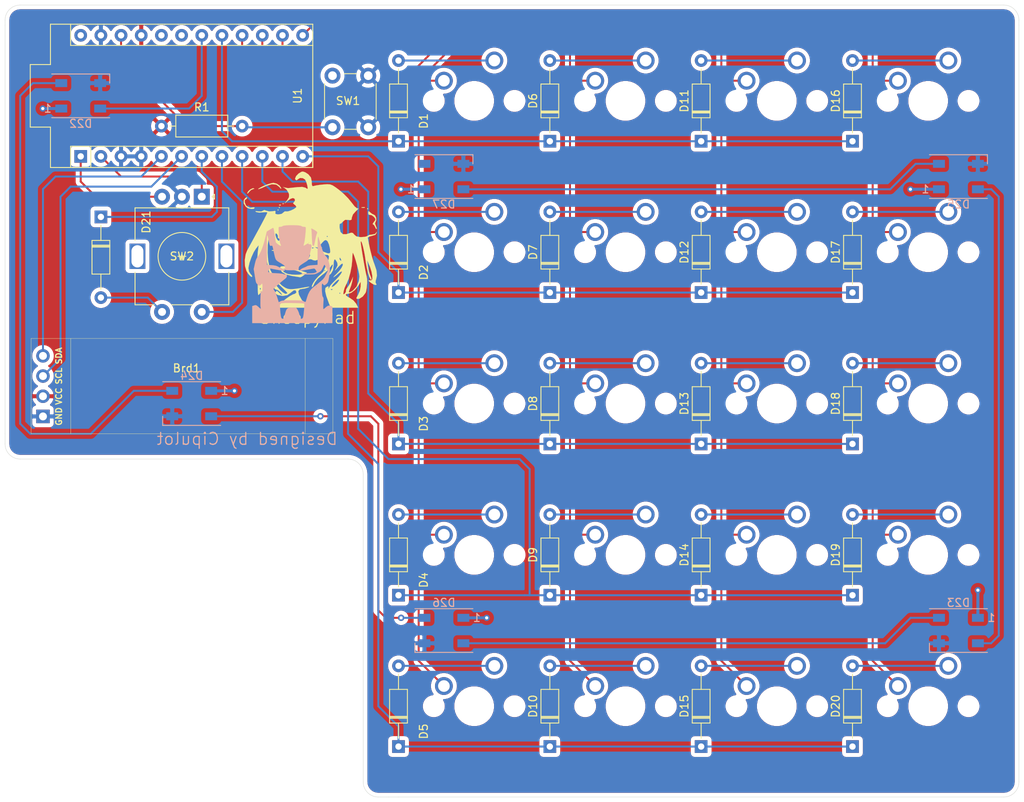
<source format=kicad_pcb>
(kicad_pcb (version 20171130) (host pcbnew "(5.1.10)-1")
  (layers (0 F.Cu signal) (31 B.Cu signal) (34 B.Paste user) (35 F.Paste user) (36 B.SilkS user) (37 F.SilkS user) (38 B.Mask user) (39 F.Mask user) (44 Edge.Cuts user))
  (net 0 "")
  (net 1 "Net-(U1-Pad24)")
  (net 2 GND)
  (net 3 /RESET)
  (net 4 +5V)
  (net 5 "Net-(D1-Pad2)")
  (net 6 "Net-(D2-Pad2)")
  (net 7 "Net-(D3-Pad2)")
  (net 8 "Net-(D4-Pad2)")
  (net 9 "Net-(D5-Pad2)")
  (net 10 "Net-(D6-Pad2)")
  (net 11 "Net-(D7-Pad2)")
  (net 12 "Net-(D8-Pad2)")
  (net 13 "Net-(D9-Pad2)")
  (net 14 "Net-(D10-Pad2)")
  (net 15 "Net-(D11-Pad2)")
  (net 16 "Net-(D13-Pad2)")
  (net 17 "Net-(D14-Pad2)")
  (net 18 "Net-(D15-Pad2)")
  (net 19 "Net-(D16-Pad2)")
  (net 20 "Net-(D17-Pad2)")
  (net 21 "Net-(D18-Pad2)")
  (net 22 "Net-(D19-Pad2)")
  (net 23 "Net-(D20-Pad2)")
  (net 24 "Net-(D12-Pad2)")
  (net 25 /ROW_1)
  (net 26 /ROW_2)
  (net 27 /ROW_3)
  (net 28 /ROW_4)
  (net 29 /ROW_5)
  (net 30 /COL_1)
  (net 31 /COL_2)
  (net 32 /COL_3)
  (net 33 /COL_4)
  (net 34 "Net-(D21-Pad2)")
  (net 35 /ENC_A)
  (net 36 /ENC_B)
  (net 37 /ROW_ENC_1)
  (net 38 /COL_ENC_1)
  (net 39 /SDA)
  (net 40 /SCL)
  (net 41 "Net-(D22-Pad2)")
  (net 42 /GLOW_LED)
  (net 43 "Net-(D23-Pad2)")
  (net 44 "Net-(D23-Pad4)")
  (net 45 "Net-(D24-Pad2)")
  (net 46 "Net-(D25-Pad2)")
  (net 47 "Net-(D27-Pad2)")
  (net 48 "Net-(U1-Pad20)")
  (net 49 "Net-(U1-Pad19)")
  (module Arduino:Sparkfun_Pro_Micro (layer F.Cu) (at 94.615 46.99 270)
    (fp_text reference U1 (at 7.62 0.635 90) (layer F.SilkS))
    (fp_text value Sparkfun_Pro_Micro)
    (pad 12 thru_hole oval (at 15.24 0 270) (size 1.6 1.6) (drill 0.8) (layers *.Cu *.Mask) (net 26 /ROW_2))
    (pad 11 thru_hole oval (at 15.24 2.54 270) (size 1.6 1.6) (drill 0.8) (layers *.Cu *.Mask) (net 27 /ROW_3))
    (pad 10 thru_hole oval (at 15.24 5.08 270) (size 1.6 1.6) (drill 0.8) (layers *.Cu *.Mask) (net 28 /ROW_4))
    (pad 24 thru_hole oval (at 0 27.94 270) (size 1.6 1.6) (drill 0.8) (layers *.Cu *.Mask) (net 1 "Net-(U1-Pad24)"))
    (pad 9 thru_hole oval (at 15.24 7.62 270) (size 1.6 1.6) (drill 0.8) (layers *.Cu *.Mask) (net 29 /ROW_5))
    (pad 23 thru_hole oval (at 0 25.4 270) (size 1.6 1.6) (drill 0.8) (layers *.Cu *.Mask) (net 2 GND))
    (pad 8 thru_hole oval (at 15.24 10.16 270) (size 1.6 1.6) (drill 0.8) (layers *.Cu *.Mask) (net 37 /ROW_ENC_1))
    (pad 22 thru_hole oval (at 0 22.86 270) (size 1.6 1.6) (drill 0.8) (layers *.Cu *.Mask) (net 3 /RESET))
    (pad 7 thru_hole oval (at 15.24 12.7 270) (size 1.6 1.6) (drill 0.8) (layers *.Cu *.Mask) (net 38 /COL_ENC_1))
    (pad 21 thru_hole oval (at 0 20.32 270) (size 1.6 1.6) (drill 0.8) (layers *.Cu *.Mask) (net 4 +5V))
    (pad 6 thru_hole oval (at 15.24 15.24 270) (size 1.6 1.6) (drill 0.8) (layers *.Cu *.Mask) (net 40 /SCL))
    (pad 20 thru_hole oval (at 0 17.78 270) (size 1.6 1.6) (drill 0.8) (layers *.Cu *.Mask) (net 48 "Net-(U1-Pad20)"))
    (pad 5 thru_hole oval (at 15.24 17.78 270) (size 1.6 1.6) (drill 0.8) (layers *.Cu *.Mask) (net 39 /SDA))
    (pad 19 thru_hole oval (at 0 15.24 270) (size 1.6 1.6) (drill 0.8) (layers *.Cu *.Mask) (net 49 "Net-(U1-Pad19)"))
    (pad 4 thru_hole oval (at 15.24 20.32 270) (size 1.6 1.6) (drill 0.8) (layers *.Cu *.Mask) (net 2 GND))
    (pad 18 thru_hole oval (at 0 12.7 270) (size 1.6 1.6) (drill 0.8) (layers *.Cu *.Mask) (net 42 /GLOW_LED))
    (pad 3 thru_hole oval (at 15.24 22.86 270) (size 1.6 1.6) (drill 0.8) (layers *.Cu *.Mask) (net 2 GND))
    (pad 17 thru_hole oval (at 0 10.16 270) (size 1.6 1.6) (drill 0.8) (layers *.Cu *.Mask) (net 25 /ROW_1))
    (pad 2 thru_hole oval (at 15.24 25.4 270) (size 1.6 1.6) (drill 0.8) (layers *.Cu *.Mask) (net 35 /ENC_A))
    (pad 16 thru_hole oval (at 0 7.62 270) (size 1.6 1.6) (drill 0.8) (layers *.Cu *.Mask) (net 30 /COL_1))
    (pad 1 thru_hole rect (at 15.24 27.94 270) (size 1.6 1.6) (drill 0.8) (layers *.Cu *.Mask) (net 36 /ENC_B))
    (pad 15 thru_hole oval (at 0 5.08 270) (size 1.6 1.6) (drill 0.8) (layers *.Cu *.Mask) (net 31 /COL_2))
    (pad 14 thru_hole oval (at 0 2.54 270) (size 1.6 1.6) (drill 0.8) (layers *.Cu *.Mask) (net 32 /COL_3))
    (pad 13 thru_hole oval (at 0 0 270) (size 1.6 1.6) (drill 0.8) (layers *.Cu *.Mask) (net 33 /COL_4))
  )
  (module Logos:IronMan (layer B.Cu) (at 93.345 76.835 180)
    (fp_text reference G*** hide)
    (fp_text value LOGO hide)
  )
  (module SSD1306:SSD1306-0.91-OLED-4pin-128x32 (layer F.Cu) (at 98.425 97.155 180)
    (fp_text reference Brd1 (at 18.415 8.255 180) (layer F.SilkS))
    (fp_text value SSD1306)
    (fp_text user SDA (at 34.5 9.81 270) (layer F.SilkS) (effects (font (size 0.75 0.75))))
    (fp_text user SCL (at 34.5 7.27 270) (layer F.SilkS) (effects (font (size 0.75 0.75))))
    (fp_text user VCC (at 34.5 4.73 270) (layer F.SilkS) (effects (font (size 0.75 0.75))))
    (fp_text user GND (at 34.5 2.19 270) (layer F.SilkS) (effects (font (size 0.75 0.75))))
    (pad 4 thru_hole oval (at 36.5 9.81 180) (size 1.7 1.7) (drill 1) (layers *.Cu *.Mask) (net 39 /SDA))
    (pad 3 thru_hole oval (at 36.5 7.27 180) (size 1.7 1.7) (drill 1) (layers *.Cu *.Mask) (net 40 /SCL))
    (pad 2 thru_hole oval (at 36.5 4.73 180) (size 1.7 1.7) (drill 1) (layers *.Cu *.Mask) (net 4 +5V))
    (pad 1 thru_hole rect (at 36.5 2.19 180) (size 1.7 1.7) (drill 1) (layers *.Cu *.Mask) (net 2 GND))
  )
  (module Logos:Sheepy (layer F.Cu) (at 95.885 72.39)
    (fp_text reference G*** hide)
    (fp_text value LOGO hide)
  )
  (module LED_SMD:LED_WS2812B_PLCC4_5.0x5.0mm_P3.2mm (layer B.Cu) (at 112.395 64.77)
    (fp_text reference D27 (at 0 3.5) (layer B.SilkS) (effects (justify mirror)))
    (fp_text value WS2812B)
    (fp_text user 1 (at -4.15 1.6) (layer B.SilkS) (effects (justify mirror)))
    (pad 1 smd rect (at -2.45 1.6) (size 1.5 1) (layers B.Cu B.Paste B.Mask) (net 4 +5V))
    (pad 2 smd rect (at -2.45 -1.6) (size 1.5 1) (layers B.Cu B.Paste B.Mask) (net 47 "Net-(D27-Pad2)"))
    (pad 4 smd rect (at 2.45 1.6) (size 1.5 1) (layers B.Cu B.Paste B.Mask) (net 46 "Net-(D25-Pad2)"))
    (pad 3 smd rect (at 2.45 -1.6) (size 1.5 1) (layers B.Cu B.Paste B.Mask) (net 2 GND))
  )
  (module LED_SMD:LED_WS2812B_PLCC4_5.0x5.0mm_P3.2mm (layer B.Cu) (at 112.395 121.92 180)
    (fp_text reference D26 (at 0 3.5) (layer B.SilkS) (effects (justify mirror)))
    (fp_text value WS2812B)
    (fp_text user 1 (at -4.15 1.6) (layer B.SilkS) (effects (justify mirror)))
    (pad 1 smd rect (at -2.45 1.6 180) (size 1.5 1) (layers B.Cu B.Paste B.Mask) (net 4 +5V))
    (pad 2 smd rect (at -2.45 -1.6 180) (size 1.5 1) (layers B.Cu B.Paste B.Mask) (net 44 "Net-(D23-Pad4)"))
    (pad 4 smd rect (at 2.45 1.6 180) (size 1.5 1) (layers B.Cu B.Paste B.Mask) (net 45 "Net-(D24-Pad2)"))
    (pad 3 smd rect (at 2.45 -1.6 180) (size 1.5 1) (layers B.Cu B.Paste B.Mask) (net 2 GND))
  )
  (module LED_SMD:LED_WS2812B_PLCC4_5.0x5.0mm_P3.2mm (layer B.Cu) (at 177.165 64.77)
    (fp_text reference D25 (at 0 3.5) (layer B.SilkS) (effects (justify mirror)))
    (fp_text value WS2812B)
    (fp_text user 1 (at -4.15 1.6) (layer B.SilkS) (effects (justify mirror)))
    (pad 1 smd rect (at -2.45 1.6) (size 1.5 1) (layers B.Cu B.Paste B.Mask) (net 4 +5V))
    (pad 2 smd rect (at -2.45 -1.6) (size 1.5 1) (layers B.Cu B.Paste B.Mask) (net 46 "Net-(D25-Pad2)"))
    (pad 4 smd rect (at 2.45 1.6) (size 1.5 1) (layers B.Cu B.Paste B.Mask) (net 43 "Net-(D23-Pad2)"))
    (pad 3 smd rect (at 2.45 -1.6) (size 1.5 1) (layers B.Cu B.Paste B.Mask) (net 2 GND))
  )
  (module LED_SMD:LED_WS2812B_PLCC4_5.0x5.0mm_P3.2mm (layer B.Cu) (at 80.645 93.345 180)
    (fp_text reference D24 (at 0 3.5) (layer B.SilkS) (effects (justify mirror)))
    (fp_text value WS2812B)
    (fp_text user 1 (at -4.15 1.6) (layer B.SilkS) (effects (justify mirror)))
    (pad 1 smd rect (at -2.45 1.6 180) (size 1.5 1) (layers B.Cu B.Paste B.Mask) (net 4 +5V))
    (pad 2 smd rect (at -2.45 -1.6 180) (size 1.5 1) (layers B.Cu B.Paste B.Mask) (net 45 "Net-(D24-Pad2)"))
    (pad 4 smd rect (at 2.45 1.6 180) (size 1.5 1) (layers B.Cu B.Paste B.Mask) (net 41 "Net-(D22-Pad2)"))
    (pad 3 smd rect (at 2.45 -1.6 180) (size 1.5 1) (layers B.Cu B.Paste B.Mask) (net 2 GND))
  )
  (module LED_SMD:LED_WS2812B_PLCC4_5.0x5.0mm_P3.2mm (layer B.Cu) (at 177.165 121.92 180)
    (fp_text reference D23 (at 0 3.5) (layer B.SilkS) (effects (justify mirror)))
    (fp_text value WS2812B)
    (fp_text user 1 (at -4.15 1.6) (layer B.SilkS) (effects (justify mirror)))
    (pad 1 smd rect (at -2.45 1.6 180) (size 1.5 1) (layers B.Cu B.Paste B.Mask) (net 4 +5V))
    (pad 2 smd rect (at -2.45 -1.6 180) (size 1.5 1) (layers B.Cu B.Paste B.Mask) (net 43 "Net-(D23-Pad2)"))
    (pad 4 smd rect (at 2.45 1.6 180) (size 1.5 1) (layers B.Cu B.Paste B.Mask) (net 44 "Net-(D23-Pad4)"))
    (pad 3 smd rect (at 2.45 -1.6 180) (size 1.5 1) (layers B.Cu B.Paste B.Mask) (net 2 GND))
  )
  (module LED_SMD:LED_WS2812B_PLCC4_5.0x5.0mm_P3.2mm (layer B.Cu) (at 66.675 54.61)
    (fp_text reference D22 (at 0 3.5) (layer B.SilkS) (effects (justify mirror)))
    (fp_text value WS2812B)
    (fp_text user 1 (at -4.15 1.6) (layer B.SilkS) (effects (justify mirror)))
    (pad 1 smd rect (at -2.45 1.6) (size 1.5 1) (layers B.Cu B.Paste B.Mask) (net 4 +5V))
    (pad 2 smd rect (at -2.45 -1.6) (size 1.5 1) (layers B.Cu B.Paste B.Mask) (net 41 "Net-(D22-Pad2)"))
    (pad 4 smd rect (at 2.45 1.6) (size 1.5 1) (layers B.Cu B.Paste B.Mask) (net 42 /GLOW_LED))
    (pad 3 smd rect (at 2.45 -1.6) (size 1.5 1) (layers B.Cu B.Paste B.Mask) (net 2 GND))
  )
  (module Button_Switch_THT:SW_PUSH_6mm (layer F.Cu) (at 102.87 52.07 270)
    (fp_text reference SW1 (at 3.175 2.54 180) (layer F.SilkS))
    (fp_text value SW_Push)
    (pad 1 thru_hole circle (at 6.5 0) (size 2 2) (drill 1.1) (layers *.Cu *.Mask) (net 2 GND))
    (pad 2 thru_hole circle (at 6.5 4.5) (size 2 2) (drill 1.1) (layers *.Cu *.Mask) (net 3 /RESET))
    (pad 1 thru_hole circle (at 0 0) (size 2 2) (drill 1.1) (layers *.Cu *.Mask) (net 2 GND))
    (pad 2 thru_hole circle (at 0 4.5) (size 2 2) (drill 1.1) (layers *.Cu *.Mask) (net 3 /RESET))
  )
  (module Resistor_THT:R_Axial_DIN0207_L6.3mm_D2.5mm_P10.16mm_Horizontal (layer F.Cu) (at 76.835 58.42)
    (fp_text reference R1 (at 5.08 -2.37) (layer F.SilkS))
    (fp_text value 10K)
    (pad 2 thru_hole oval (at 10.16 0) (size 1.6 1.6) (drill 0.8) (layers *.Cu *.Mask) (net 3 /RESET))
    (pad 1 thru_hole circle (at 0 0) (size 1.6 1.6) (drill 0.8) (layers *.Cu *.Mask) (net 4 +5V))
  )
  (module Diode_THT:D_DO-35_SOD27_P10.16mm_Horizontal (layer F.Cu) (at 69.215 69.85 270)
    (fp_text reference D21 (at 0.635 -5.715 90) (layer F.SilkS))
    (fp_text value D_Small)
    (pad 2 thru_hole oval (at 10.16 0 270) (size 1.6 1.6) (drill 0.8) (layers *.Cu *.Mask) (net 34 "Net-(D21-Pad2)"))
    (pad 1 thru_hole rect (at 0 0 270) (size 1.6 1.6) (drill 0.8) (layers *.Cu *.Mask) (net 38 /COL_ENC_1))
  )
  (module MX_Only:MXOnly-1U-NoLED (layer F.Cu) (at 116.205 55.245)
    (fp_text reference MX1)
    (fp_text value MX-NoLED)
    (pad 2 thru_hole circle (at 2.54 -5.08) (size 2.25 2.25) (drill 1.47) (layers *.Cu B.Mask) (net 5 "Net-(D1-Pad2)"))
    (pad "" np_thru_hole circle (at 0 0) (size 3.9878 3.9878) (drill 3.9878) (layers *.Cu *.Mask))
    (pad 1 thru_hole circle (at -3.81 -2.54) (size 2.25 2.25) (drill 1.47) (layers *.Cu B.Mask) (net 30 /COL_1))
    (pad "" np_thru_hole circle (at -5.08 0 48.0996) (size 1.75 1.75) (drill 1.75) (layers *.Cu *.Mask))
    (pad "" np_thru_hole circle (at 5.08 0 48.0996) (size 1.75 1.75) (drill 1.75) (layers *.Cu *.Mask))
  )
  (module MX_Only:MXOnly-1U-NoLED (layer F.Cu) (at 116.205 112.395)
    (fp_text reference MX4)
    (fp_text value MX-NoLED)
    (pad 2 thru_hole circle (at 2.54 -5.08) (size 2.25 2.25) (drill 1.47) (layers *.Cu B.Mask) (net 8 "Net-(D4-Pad2)"))
    (pad "" np_thru_hole circle (at 0 0) (size 3.9878 3.9878) (drill 3.9878) (layers *.Cu *.Mask))
    (pad 1 thru_hole circle (at -3.81 -2.54) (size 2.25 2.25) (drill 1.47) (layers *.Cu B.Mask) (net 30 /COL_1))
    (pad "" np_thru_hole circle (at -5.08 0 48.0996) (size 1.75 1.75) (drill 1.75) (layers *.Cu *.Mask))
    (pad "" np_thru_hole circle (at 5.08 0 48.0996) (size 1.75 1.75) (drill 1.75) (layers *.Cu *.Mask))
  )
  (module Diode_THT:D_DO-35_SOD27_P10.16mm_Horizontal (layer F.Cu) (at 144.78 79.375 90)
    (fp_text reference D12 (at 5.08 -2.12 90) (layer F.SilkS))
    (fp_text value D_Small)
    (pad 2 thru_hole oval (at 10.16 0 90) (size 1.6 1.6) (drill 0.8) (layers *.Cu *.Mask) (net 24 "Net-(D12-Pad2)"))
    (pad 1 thru_hole rect (at 0 0 90) (size 1.6 1.6) (drill 0.8) (layers *.Cu *.Mask) (net 26 /ROW_2))
  )
  (module Rotary_Encoder:RotaryEncoder_Alps_EC11E-Switch_Vertical_H20mm (layer F.Cu) (at 81.915 67.31 270)
    (fp_text reference SW2 (at 7.5 2.5 180) (layer F.SilkS))
    (fp_text value Rotary_Encoder_Switch)
    (pad A thru_hole rect (at 0 0 270) (size 2 2) (drill 1) (layers *.Cu *.Mask) (net 35 /ENC_A))
    (pad C thru_hole circle (at 0 2.5 270) (size 2 2) (drill 1) (layers *.Cu *.Mask) (net 2 GND))
    (pad B thru_hole circle (at 0 5 270) (size 2 2) (drill 1) (layers *.Cu *.Mask) (net 36 /ENC_B))
    (pad MP thru_hole rect (at 7.5 -3.1 270) (size 3.2 2) (drill oval 2.8 1.5) (layers *.Cu *.Mask))
    (pad MP thru_hole rect (at 7.5 8.1 270) (size 3.2 2) (drill oval 2.8 1.5) (layers *.Cu *.Mask))
    (pad S2 thru_hole circle (at 14.5 0 270) (size 2 2) (drill 1) (layers *.Cu *.Mask) (net 37 /ROW_ENC_1))
    (pad S1 thru_hole circle (at 14.5 5 270) (size 2 2) (drill 1) (layers *.Cu *.Mask) (net 34 "Net-(D21-Pad2)"))
  )
  (module MX_Only:MXOnly-1U-NoLED (layer F.Cu) (at 173.355 131.445)
    (fp_text reference MX20)
    (fp_text value MX-NoLED)
    (pad 2 thru_hole circle (at 2.54 -5.08) (size 2.25 2.25) (drill 1.47) (layers *.Cu B.Mask) (net 23 "Net-(D20-Pad2)"))
    (pad "" np_thru_hole circle (at 0 0) (size 3.9878 3.9878) (drill 3.9878) (layers *.Cu *.Mask))
    (pad 1 thru_hole circle (at -3.81 -2.54) (size 2.25 2.25) (drill 1.47) (layers *.Cu B.Mask) (net 33 /COL_4))
    (pad "" np_thru_hole circle (at -5.08 0 48.0996) (size 1.75 1.75) (drill 1.75) (layers *.Cu *.Mask))
    (pad "" np_thru_hole circle (at 5.08 0 48.0996) (size 1.75 1.75) (drill 1.75) (layers *.Cu *.Mask))
  )
  (module MX_Only:MXOnly-1U-NoLED (layer F.Cu) (at 173.355 112.395)
    (fp_text reference MX19)
    (fp_text value MX-NoLED)
    (pad 2 thru_hole circle (at 2.54 -5.08) (size 2.25 2.25) (drill 1.47) (layers *.Cu B.Mask) (net 22 "Net-(D19-Pad2)"))
    (pad "" np_thru_hole circle (at 0 0) (size 3.9878 3.9878) (drill 3.9878) (layers *.Cu *.Mask))
    (pad 1 thru_hole circle (at -3.81 -2.54) (size 2.25 2.25) (drill 1.47) (layers *.Cu B.Mask) (net 33 /COL_4))
    (pad "" np_thru_hole circle (at -5.08 0 48.0996) (size 1.75 1.75) (drill 1.75) (layers *.Cu *.Mask))
    (pad "" np_thru_hole circle (at 5.08 0 48.0996) (size 1.75 1.75) (drill 1.75) (layers *.Cu *.Mask))
  )
  (module MX_Only:MXOnly-1U-NoLED (layer F.Cu) (at 173.355 93.345)
    (fp_text reference MX18)
    (fp_text value MX-NoLED)
    (pad 2 thru_hole circle (at 2.54 -5.08) (size 2.25 2.25) (drill 1.47) (layers *.Cu B.Mask) (net 21 "Net-(D18-Pad2)"))
    (pad "" np_thru_hole circle (at 0 0) (size 3.9878 3.9878) (drill 3.9878) (layers *.Cu *.Mask))
    (pad 1 thru_hole circle (at -3.81 -2.54) (size 2.25 2.25) (drill 1.47) (layers *.Cu B.Mask) (net 33 /COL_4))
    (pad "" np_thru_hole circle (at -5.08 0 48.0996) (size 1.75 1.75) (drill 1.75) (layers *.Cu *.Mask))
    (pad "" np_thru_hole circle (at 5.08 0 48.0996) (size 1.75 1.75) (drill 1.75) (layers *.Cu *.Mask))
  )
  (module MX_Only:MXOnly-1U-NoLED (layer F.Cu) (at 173.355 74.295)
    (fp_text reference MX17)
    (fp_text value MX-NoLED)
    (pad 2 thru_hole circle (at 2.54 -5.08) (size 2.25 2.25) (drill 1.47) (layers *.Cu B.Mask) (net 20 "Net-(D17-Pad2)"))
    (pad "" np_thru_hole circle (at 0 0) (size 3.9878 3.9878) (drill 3.9878) (layers *.Cu *.Mask))
    (pad 1 thru_hole circle (at -3.81 -2.54) (size 2.25 2.25) (drill 1.47) (layers *.Cu B.Mask) (net 33 /COL_4))
    (pad "" np_thru_hole circle (at -5.08 0 48.0996) (size 1.75 1.75) (drill 1.75) (layers *.Cu *.Mask))
    (pad "" np_thru_hole circle (at 5.08 0 48.0996) (size 1.75 1.75) (drill 1.75) (layers *.Cu *.Mask))
  )
  (module MX_Only:MXOnly-1U-NoLED (layer F.Cu) (at 173.355 55.245)
    (fp_text reference MX16)
    (fp_text value MX-NoLED)
    (pad 2 thru_hole circle (at 2.54 -5.08) (size 2.25 2.25) (drill 1.47) (layers *.Cu B.Mask) (net 19 "Net-(D16-Pad2)"))
    (pad "" np_thru_hole circle (at 0 0) (size 3.9878 3.9878) (drill 3.9878) (layers *.Cu *.Mask))
    (pad 1 thru_hole circle (at -3.81 -2.54) (size 2.25 2.25) (drill 1.47) (layers *.Cu B.Mask) (net 33 /COL_4))
    (pad "" np_thru_hole circle (at -5.08 0 48.0996) (size 1.75 1.75) (drill 1.75) (layers *.Cu *.Mask))
    (pad "" np_thru_hole circle (at 5.08 0 48.0996) (size 1.75 1.75) (drill 1.75) (layers *.Cu *.Mask))
  )
  (module MX_Only:MXOnly-1U-NoLED (layer F.Cu) (at 154.305 131.445)
    (fp_text reference MX15)
    (fp_text value MX-NoLED)
    (pad 2 thru_hole circle (at 2.54 -5.08) (size 2.25 2.25) (drill 1.47) (layers *.Cu B.Mask) (net 18 "Net-(D15-Pad2)"))
    (pad "" np_thru_hole circle (at 0 0) (size 3.9878 3.9878) (drill 3.9878) (layers *.Cu *.Mask))
    (pad 1 thru_hole circle (at -3.81 -2.54) (size 2.25 2.25) (drill 1.47) (layers *.Cu B.Mask) (net 32 /COL_3))
    (pad "" np_thru_hole circle (at -5.08 0 48.0996) (size 1.75 1.75) (drill 1.75) (layers *.Cu *.Mask))
    (pad "" np_thru_hole circle (at 5.08 0 48.0996) (size 1.75 1.75) (drill 1.75) (layers *.Cu *.Mask))
  )
  (module MX_Only:MXOnly-1U-NoLED (layer F.Cu) (at 154.305 112.395)
    (fp_text reference MX14)
    (fp_text value MX-NoLED)
    (pad 2 thru_hole circle (at 2.54 -5.08) (size 2.25 2.25) (drill 1.47) (layers *.Cu B.Mask) (net 17 "Net-(D14-Pad2)"))
    (pad "" np_thru_hole circle (at 0 0) (size 3.9878 3.9878) (drill 3.9878) (layers *.Cu *.Mask))
    (pad 1 thru_hole circle (at -3.81 -2.54) (size 2.25 2.25) (drill 1.47) (layers *.Cu B.Mask) (net 32 /COL_3))
    (pad "" np_thru_hole circle (at -5.08 0 48.0996) (size 1.75 1.75) (drill 1.75) (layers *.Cu *.Mask))
    (pad "" np_thru_hole circle (at 5.08 0 48.0996) (size 1.75 1.75) (drill 1.75) (layers *.Cu *.Mask))
  )
  (module MX_Only:MXOnly-1U-NoLED (layer F.Cu) (at 154.305 93.345)
    (fp_text reference MX13)
    (fp_text value MX-NoLED)
    (pad 2 thru_hole circle (at 2.54 -5.08) (size 2.25 2.25) (drill 1.47) (layers *.Cu B.Mask) (net 16 "Net-(D13-Pad2)"))
    (pad "" np_thru_hole circle (at 0 0) (size 3.9878 3.9878) (drill 3.9878) (layers *.Cu *.Mask))
    (pad 1 thru_hole circle (at -3.81 -2.54) (size 2.25 2.25) (drill 1.47) (layers *.Cu B.Mask) (net 32 /COL_3))
    (pad "" np_thru_hole circle (at -5.08 0 48.0996) (size 1.75 1.75) (drill 1.75) (layers *.Cu *.Mask))
    (pad "" np_thru_hole circle (at 5.08 0 48.0996) (size 1.75 1.75) (drill 1.75) (layers *.Cu *.Mask))
  )
  (module MX_Only:MXOnly-1U-NoLED (layer F.Cu) (at 154.305 74.295)
    (fp_text reference MX12)
    (fp_text value MX-NoLED)
    (pad 2 thru_hole circle (at 2.54 -5.08) (size 2.25 2.25) (drill 1.47) (layers *.Cu B.Mask) (net 24 "Net-(D12-Pad2)"))
    (pad "" np_thru_hole circle (at 0 0) (size 3.9878 3.9878) (drill 3.9878) (layers *.Cu *.Mask))
    (pad 1 thru_hole circle (at -3.81 -2.54) (size 2.25 2.25) (drill 1.47) (layers *.Cu B.Mask) (net 32 /COL_3))
    (pad "" np_thru_hole circle (at -5.08 0 48.0996) (size 1.75 1.75) (drill 1.75) (layers *.Cu *.Mask))
    (pad "" np_thru_hole circle (at 5.08 0 48.0996) (size 1.75 1.75) (drill 1.75) (layers *.Cu *.Mask))
  )
  (module MX_Only:MXOnly-1U-NoLED (layer F.Cu) (at 154.305 55.245)
    (fp_text reference MX11)
    (fp_text value MX-NoLED)
    (pad 2 thru_hole circle (at 2.54 -5.08) (size 2.25 2.25) (drill 1.47) (layers *.Cu B.Mask) (net 15 "Net-(D11-Pad2)"))
    (pad "" np_thru_hole circle (at 0 0) (size 3.9878 3.9878) (drill 3.9878) (layers *.Cu *.Mask))
    (pad 1 thru_hole circle (at -3.81 -2.54) (size 2.25 2.25) (drill 1.47) (layers *.Cu B.Mask) (net 32 /COL_3))
    (pad "" np_thru_hole circle (at -5.08 0 48.0996) (size 1.75 1.75) (drill 1.75) (layers *.Cu *.Mask))
    (pad "" np_thru_hole circle (at 5.08 0 48.0996) (size 1.75 1.75) (drill 1.75) (layers *.Cu *.Mask))
  )
  (module MX_Only:MXOnly-1U-NoLED (layer F.Cu) (at 135.255 131.445)
    (fp_text reference MX10)
    (fp_text value MX-NoLED)
    (pad 2 thru_hole circle (at 2.54 -5.08) (size 2.25 2.25) (drill 1.47) (layers *.Cu B.Mask) (net 14 "Net-(D10-Pad2)"))
    (pad "" np_thru_hole circle (at 0 0) (size 3.9878 3.9878) (drill 3.9878) (layers *.Cu *.Mask))
    (pad 1 thru_hole circle (at -3.81 -2.54) (size 2.25 2.25) (drill 1.47) (layers *.Cu B.Mask) (net 31 /COL_2))
    (pad "" np_thru_hole circle (at -5.08 0 48.0996) (size 1.75 1.75) (drill 1.75) (layers *.Cu *.Mask))
    (pad "" np_thru_hole circle (at 5.08 0 48.0996) (size 1.75 1.75) (drill 1.75) (layers *.Cu *.Mask))
  )
  (module MX_Only:MXOnly-1U-NoLED (layer F.Cu) (at 135.255 112.395)
    (fp_text reference MX9)
    (fp_text value MX-NoLED)
    (pad 2 thru_hole circle (at 2.54 -5.08) (size 2.25 2.25) (drill 1.47) (layers *.Cu B.Mask) (net 13 "Net-(D9-Pad2)"))
    (pad "" np_thru_hole circle (at 0 0) (size 3.9878 3.9878) (drill 3.9878) (layers *.Cu *.Mask))
    (pad 1 thru_hole circle (at -3.81 -2.54) (size 2.25 2.25) (drill 1.47) (layers *.Cu B.Mask) (net 31 /COL_2))
    (pad "" np_thru_hole circle (at -5.08 0 48.0996) (size 1.75 1.75) (drill 1.75) (layers *.Cu *.Mask))
    (pad "" np_thru_hole circle (at 5.08 0 48.0996) (size 1.75 1.75) (drill 1.75) (layers *.Cu *.Mask))
  )
  (module MX_Only:MXOnly-1U-NoLED (layer F.Cu) (at 135.255 93.345)
    (fp_text reference MX8)
    (fp_text value MX-NoLED)
    (pad 2 thru_hole circle (at 2.54 -5.08) (size 2.25 2.25) (drill 1.47) (layers *.Cu B.Mask) (net 12 "Net-(D8-Pad2)"))
    (pad "" np_thru_hole circle (at 0 0) (size 3.9878 3.9878) (drill 3.9878) (layers *.Cu *.Mask))
    (pad 1 thru_hole circle (at -3.81 -2.54) (size 2.25 2.25) (drill 1.47) (layers *.Cu B.Mask) (net 31 /COL_2))
    (pad "" np_thru_hole circle (at -5.08 0 48.0996) (size 1.75 1.75) (drill 1.75) (layers *.Cu *.Mask))
    (pad "" np_thru_hole circle (at 5.08 0 48.0996) (size 1.75 1.75) (drill 1.75) (layers *.Cu *.Mask))
  )
  (module MX_Only:MXOnly-1U-NoLED (layer F.Cu) (at 135.255 74.295)
    (fp_text reference MX7)
    (fp_text value MX-NoLED)
    (pad 2 thru_hole circle (at 2.54 -5.08) (size 2.25 2.25) (drill 1.47) (layers *.Cu B.Mask) (net 11 "Net-(D7-Pad2)"))
    (pad "" np_thru_hole circle (at 0 0) (size 3.9878 3.9878) (drill 3.9878) (layers *.Cu *.Mask))
    (pad 1 thru_hole circle (at -3.81 -2.54) (size 2.25 2.25) (drill 1.47) (layers *.Cu B.Mask) (net 31 /COL_2))
    (pad "" np_thru_hole circle (at -5.08 0 48.0996) (size 1.75 1.75) (drill 1.75) (layers *.Cu *.Mask))
    (pad "" np_thru_hole circle (at 5.08 0 48.0996) (size 1.75 1.75) (drill 1.75) (layers *.Cu *.Mask))
  )
  (module MX_Only:MXOnly-1U-NoLED (layer F.Cu) (at 135.255 55.245)
    (fp_text reference MX6)
    (fp_text value MX-NoLED)
    (pad 2 thru_hole circle (at 2.54 -5.08) (size 2.25 2.25) (drill 1.47) (layers *.Cu B.Mask) (net 10 "Net-(D6-Pad2)"))
    (pad "" np_thru_hole circle (at 0 0) (size 3.9878 3.9878) (drill 3.9878) (layers *.Cu *.Mask))
    (pad 1 thru_hole circle (at -3.81 -2.54) (size 2.25 2.25) (drill 1.47) (layers *.Cu B.Mask) (net 31 /COL_2))
    (pad "" np_thru_hole circle (at -5.08 0 48.0996) (size 1.75 1.75) (drill 1.75) (layers *.Cu *.Mask))
    (pad "" np_thru_hole circle (at 5.08 0 48.0996) (size 1.75 1.75) (drill 1.75) (layers *.Cu *.Mask))
  )
  (module MX_Only:MXOnly-1U-NoLED (layer F.Cu) (at 116.205 131.445)
    (fp_text reference MX5)
    (fp_text value MX-NoLED)
    (pad 2 thru_hole circle (at 2.54 -5.08) (size 2.25 2.25) (drill 1.47) (layers *.Cu B.Mask) (net 9 "Net-(D5-Pad2)"))
    (pad "" np_thru_hole circle (at 0 0) (size 3.9878 3.9878) (drill 3.9878) (layers *.Cu *.Mask))
    (pad 1 thru_hole circle (at -3.81 -2.54) (size 2.25 2.25) (drill 1.47) (layers *.Cu B.Mask) (net 30 /COL_1))
    (pad "" np_thru_hole circle (at -5.08 0 48.0996) (size 1.75 1.75) (drill 1.75) (layers *.Cu *.Mask))
    (pad "" np_thru_hole circle (at 5.08 0 48.0996) (size 1.75 1.75) (drill 1.75) (layers *.Cu *.Mask))
  )
  (module MX_Only:MXOnly-1U-NoLED (layer F.Cu) (at 116.205 93.345)
    (fp_text reference MX3)
    (fp_text value MX-NoLED)
    (pad 2 thru_hole circle (at 2.54 -5.08) (size 2.25 2.25) (drill 1.47) (layers *.Cu B.Mask) (net 7 "Net-(D3-Pad2)"))
    (pad "" np_thru_hole circle (at 0 0) (size 3.9878 3.9878) (drill 3.9878) (layers *.Cu *.Mask))
    (pad 1 thru_hole circle (at -3.81 -2.54) (size 2.25 2.25) (drill 1.47) (layers *.Cu B.Mask) (net 30 /COL_1))
    (pad "" np_thru_hole circle (at -5.08 0 48.0996) (size 1.75 1.75) (drill 1.75) (layers *.Cu *.Mask))
    (pad "" np_thru_hole circle (at 5.08 0 48.0996) (size 1.75 1.75) (drill 1.75) (layers *.Cu *.Mask))
  )
  (module MX_Only:MXOnly-1U-NoLED (layer F.Cu) (at 116.205 74.295)
    (fp_text reference MX2)
    (fp_text value MX-NoLED)
    (pad 2 thru_hole circle (at 2.54 -5.08) (size 2.25 2.25) (drill 1.47) (layers *.Cu B.Mask) (net 6 "Net-(D2-Pad2)"))
    (pad "" np_thru_hole circle (at 0 0) (size 3.9878 3.9878) (drill 3.9878) (layers *.Cu *.Mask))
    (pad 1 thru_hole circle (at -3.81 -2.54) (size 2.25 2.25) (drill 1.47) (layers *.Cu B.Mask) (net 30 /COL_1))
    (pad "" np_thru_hole circle (at -5.08 0 48.0996) (size 1.75 1.75) (drill 1.75) (layers *.Cu *.Mask))
    (pad "" np_thru_hole circle (at 5.08 0 48.0996) (size 1.75 1.75) (drill 1.75) (layers *.Cu *.Mask))
  )
  (module Diode_THT:D_DO-35_SOD27_P10.16mm_Horizontal (layer F.Cu) (at 163.83 136.525 90)
    (fp_text reference D20 (at 5.08 -2.12 90) (layer F.SilkS))
    (fp_text value D_Small)
    (pad 2 thru_hole oval (at 10.16 0 90) (size 1.6 1.6) (drill 0.8) (layers *.Cu *.Mask) (net 23 "Net-(D20-Pad2)"))
    (pad 1 thru_hole rect (at 0 0 90) (size 1.6 1.6) (drill 0.8) (layers *.Cu *.Mask) (net 29 /ROW_5))
  )
  (module Diode_THT:D_DO-35_SOD27_P10.16mm_Horizontal (layer F.Cu) (at 163.83 117.475 90)
    (fp_text reference D19 (at 5.08 -2.12 90) (layer F.SilkS))
    (fp_text value D_Small)
    (pad 2 thru_hole oval (at 10.16 0 90) (size 1.6 1.6) (drill 0.8) (layers *.Cu *.Mask) (net 22 "Net-(D19-Pad2)"))
    (pad 1 thru_hole rect (at 0 0 90) (size 1.6 1.6) (drill 0.8) (layers *.Cu *.Mask) (net 28 /ROW_4))
  )
  (module Diode_THT:D_DO-35_SOD27_P10.16mm_Horizontal (layer F.Cu) (at 163.83 98.425 90)
    (fp_text reference D18 (at 5.08 -2.12 90) (layer F.SilkS))
    (fp_text value D_Small)
    (pad 2 thru_hole oval (at 10.16 0 90) (size 1.6 1.6) (drill 0.8) (layers *.Cu *.Mask) (net 21 "Net-(D18-Pad2)"))
    (pad 1 thru_hole rect (at 0 0 90) (size 1.6 1.6) (drill 0.8) (layers *.Cu *.Mask) (net 27 /ROW_3))
  )
  (module Diode_THT:D_DO-35_SOD27_P10.16mm_Horizontal (layer F.Cu) (at 163.83 79.375 90)
    (fp_text reference D17 (at 5.08 -2.12 90) (layer F.SilkS))
    (fp_text value D_Small)
    (pad 2 thru_hole oval (at 10.16 0 90) (size 1.6 1.6) (drill 0.8) (layers *.Cu *.Mask) (net 20 "Net-(D17-Pad2)"))
    (pad 1 thru_hole rect (at 0 0 90) (size 1.6 1.6) (drill 0.8) (layers *.Cu *.Mask) (net 26 /ROW_2))
  )
  (module Diode_THT:D_DO-35_SOD27_P10.16mm_Horizontal (layer F.Cu) (at 163.83 60.325 90)
    (fp_text reference D16 (at 5.08 -2.12 90) (layer F.SilkS))
    (fp_text value D_Small)
    (pad 2 thru_hole oval (at 10.16 0 90) (size 1.6 1.6) (drill 0.8) (layers *.Cu *.Mask) (net 19 "Net-(D16-Pad2)"))
    (pad 1 thru_hole rect (at 0 0 90) (size 1.6 1.6) (drill 0.8) (layers *.Cu *.Mask) (net 25 /ROW_1))
  )
  (module Diode_THT:D_DO-35_SOD27_P10.16mm_Horizontal (layer F.Cu) (at 144.78 136.525 90)
    (fp_text reference D15 (at 5.08 -2.12 90) (layer F.SilkS))
    (fp_text value D_Small)
    (pad 2 thru_hole oval (at 10.16 0 90) (size 1.6 1.6) (drill 0.8) (layers *.Cu *.Mask) (net 18 "Net-(D15-Pad2)"))
    (pad 1 thru_hole rect (at 0 0 90) (size 1.6 1.6) (drill 0.8) (layers *.Cu *.Mask) (net 29 /ROW_5))
  )
  (module Diode_THT:D_DO-35_SOD27_P10.16mm_Horizontal (layer F.Cu) (at 144.78 117.475 90)
    (fp_text reference D14 (at 5.08 -2.12 90) (layer F.SilkS))
    (fp_text value D_Small)
    (pad 2 thru_hole oval (at 10.16 0 90) (size 1.6 1.6) (drill 0.8) (layers *.Cu *.Mask) (net 17 "Net-(D14-Pad2)"))
    (pad 1 thru_hole rect (at 0 0 90) (size 1.6 1.6) (drill 0.8) (layers *.Cu *.Mask) (net 28 /ROW_4))
  )
  (module Diode_THT:D_DO-35_SOD27_P10.16mm_Horizontal (layer F.Cu) (at 144.78 98.425 90)
    (fp_text reference D13 (at 5.08 -2.12 90) (layer F.SilkS))
    (fp_text value D_Small)
    (pad 2 thru_hole oval (at 10.16 0 90) (size 1.6 1.6) (drill 0.8) (layers *.Cu *.Mask) (net 16 "Net-(D13-Pad2)"))
    (pad 1 thru_hole rect (at 0 0 90) (size 1.6 1.6) (drill 0.8) (layers *.Cu *.Mask) (net 27 /ROW_3))
  )
  (module Diode_THT:D_DO-35_SOD27_P10.16mm_Horizontal (layer F.Cu) (at 144.78 60.325 90)
    (fp_text reference D11 (at 5.08 -2.12 90) (layer F.SilkS))
    (fp_text value D_Small)
    (pad 2 thru_hole oval (at 10.16 0 90) (size 1.6 1.6) (drill 0.8) (layers *.Cu *.Mask) (net 15 "Net-(D11-Pad2)"))
    (pad 1 thru_hole rect (at 0 0 90) (size 1.6 1.6) (drill 0.8) (layers *.Cu *.Mask) (net 25 /ROW_1))
  )
  (module Diode_THT:D_DO-35_SOD27_P10.16mm_Horizontal (layer F.Cu) (at 125.73 136.525 90)
    (fp_text reference D10 (at 5.08 -2.12 90) (layer F.SilkS))
    (fp_text value D_Small)
    (pad 2 thru_hole oval (at 10.16 0 90) (size 1.6 1.6) (drill 0.8) (layers *.Cu *.Mask) (net 14 "Net-(D10-Pad2)"))
    (pad 1 thru_hole rect (at 0 0 90) (size 1.6 1.6) (drill 0.8) (layers *.Cu *.Mask) (net 29 /ROW_5))
  )
  (module Diode_THT:D_DO-35_SOD27_P10.16mm_Horizontal (layer F.Cu) (at 125.73 117.475 90)
    (fp_text reference D9 (at 5.08 -2.12 90) (layer F.SilkS))
    (fp_text value D_Small)
    (pad 2 thru_hole oval (at 10.16 0 90) (size 1.6 1.6) (drill 0.8) (layers *.Cu *.Mask) (net 13 "Net-(D9-Pad2)"))
    (pad 1 thru_hole rect (at 0 0 90) (size 1.6 1.6) (drill 0.8) (layers *.Cu *.Mask) (net 28 /ROW_4))
  )
  (module Diode_THT:D_DO-35_SOD27_P10.16mm_Horizontal (layer F.Cu) (at 125.73 98.425 90)
    (fp_text reference D8 (at 5.08 -2.12 90) (layer F.SilkS))
    (fp_text value D_Small)
    (pad 2 thru_hole oval (at 10.16 0 90) (size 1.6 1.6) (drill 0.8) (layers *.Cu *.Mask) (net 12 "Net-(D8-Pad2)"))
    (pad 1 thru_hole rect (at 0 0 90) (size 1.6 1.6) (drill 0.8) (layers *.Cu *.Mask) (net 27 /ROW_3))
  )
  (module Diode_THT:D_DO-35_SOD27_P10.16mm_Horizontal (layer F.Cu) (at 125.73 79.375 90)
    (fp_text reference D7 (at 5.08 -2.12 90) (layer F.SilkS))
    (fp_text value D_Small)
    (pad 2 thru_hole oval (at 10.16 0 90) (size 1.6 1.6) (drill 0.8) (layers *.Cu *.Mask) (net 11 "Net-(D7-Pad2)"))
    (pad 1 thru_hole rect (at 0 0 90) (size 1.6 1.6) (drill 0.8) (layers *.Cu *.Mask) (net 26 /ROW_2))
  )
  (module Diode_THT:D_DO-35_SOD27_P10.16mm_Horizontal (layer F.Cu) (at 125.73 60.325 90)
    (fp_text reference D6 (at 5.08 -2.12 90) (layer F.SilkS))
    (fp_text value D_Small)
    (pad 2 thru_hole oval (at 10.16 0 90) (size 1.6 1.6) (drill 0.8) (layers *.Cu *.Mask) (net 10 "Net-(D6-Pad2)"))
    (pad 1 thru_hole rect (at 0 0 90) (size 1.6 1.6) (drill 0.8) (layers *.Cu *.Mask) (net 25 /ROW_1))
  )
  (module Diode_THT:D_DO-35_SOD27_P10.16mm_Horizontal (layer F.Cu) (at 106.68 136.525 90)
    (fp_text reference D5 (at 1.905 3.175 90) (layer F.SilkS))
    (fp_text value D_Small)
    (pad 2 thru_hole oval (at 10.16 0 90) (size 1.6 1.6) (drill 0.8) (layers *.Cu *.Mask) (net 9 "Net-(D5-Pad2)"))
    (pad 1 thru_hole rect (at 0 0 90) (size 1.6 1.6) (drill 0.8) (layers *.Cu *.Mask) (net 29 /ROW_5))
  )
  (module Diode_THT:D_DO-35_SOD27_P10.16mm_Horizontal (layer F.Cu) (at 106.68 117.475 90)
    (fp_text reference D4 (at 1.905 3.175 90) (layer F.SilkS))
    (fp_text value D_Small)
    (pad 2 thru_hole oval (at 10.16 0 90) (size 1.6 1.6) (drill 0.8) (layers *.Cu *.Mask) (net 8 "Net-(D4-Pad2)"))
    (pad 1 thru_hole rect (at 0 0 90) (size 1.6 1.6) (drill 0.8) (layers *.Cu *.Mask) (net 28 /ROW_4))
  )
  (module Diode_THT:D_DO-35_SOD27_P10.16mm_Horizontal (layer F.Cu) (at 106.68 98.425 90)
    (fp_text reference D3 (at 2.54 3.175 90) (layer F.SilkS))
    (fp_text value D_Small)
    (pad 2 thru_hole oval (at 10.16 0 90) (size 1.6 1.6) (drill 0.8) (layers *.Cu *.Mask) (net 7 "Net-(D3-Pad2)"))
    (pad 1 thru_hole rect (at 0 0 90) (size 1.6 1.6) (drill 0.8) (layers *.Cu *.Mask) (net 27 /ROW_3))
  )
  (module Diode_THT:D_DO-35_SOD27_P10.16mm_Horizontal (layer F.Cu) (at 106.68 79.375 90)
    (fp_text reference D2 (at 2.54 3.175 90) (layer F.SilkS))
    (fp_text value D_Small)
    (pad 2 thru_hole oval (at 10.16 0 90) (size 1.6 1.6) (drill 0.8) (layers *.Cu *.Mask) (net 6 "Net-(D2-Pad2)"))
    (pad 1 thru_hole rect (at 0 0 90) (size 1.6 1.6) (drill 0.8) (layers *.Cu *.Mask) (net 26 /ROW_2))
  )
  (module Diode_THT:D_DO-35_SOD27_P10.16mm_Horizontal (layer F.Cu) (at 106.68 60.325 90)
    (fp_text reference D1 (at 2.54 3.175 90) (layer F.SilkS))
    (fp_text value D_Small)
    (pad 2 thru_hole oval (at 10.16 0 90) (size 1.6 1.6) (drill 0.8) (layers *.Cu *.Mask) (net 5 "Net-(D1-Pad2)"))
    (pad 1 thru_hole rect (at 0 0 90) (size 1.6 1.6) (drill 0.8) (layers *.Cu *.Mask) (net 25 /ROW_1))
  )
  (gr_text SheepyPad (at 95.25 82.55) (layer F.SilkS) (effects (font (size 1.5 1.5))))
  (gr_text "Designed by Cipulot" (at 87.63 97.79) (layer B.SilkS) (effects (font (size 1.5 1.5)) (justify mirror)))
  (gr_line (start 184.785 45.085) (end 184.785 45.72) (layer Edge.Cuts) (width 0.05))
  (gr_line (start 57.15 45.72) (end 57.15 45.085) (layer Edge.Cuts) (width 0.05))
  (gr_line (start 57.15 97.155) (end 57.15 98.425) (layer Edge.Cuts) (width 0.05))
  (gr_line (start 100.33 100.33) (end 59.055 100.33) (layer Edge.Cuts) (width 0.05))
  (gr_line (start 104.14 142.875) (end 105.41 142.875) (layer Edge.Cuts) (width 0.05))
  (gr_line (start 102.235 102.235) (end 102.235 140.97) (layer Edge.Cuts) (width 0.05))
  (gr_arc (start 100.33 102.235) (end 102.235 102.235) (angle -90) (layer Edge.Cuts) (width 0.05))
  (gr_line (start 105.41 142.875) (end 106.68 142.875) (layer Edge.Cuts) (width 0.05))
  (gr_arc (start 104.14 140.97) (end 102.235 140.97) (angle -90) (layer Edge.Cuts) (width 0.05))
  (gr_line (start 106.68 142.875) (end 182.88 142.875) (layer Edge.Cuts) (width 0.05))
  (gr_line (start 57.15 45.72) (end 57.15 97.155) (layer Edge.Cuts) (width 0.05))
  (gr_line (start 59.055 43.18) (end 182.88 43.18) (layer Edge.Cuts) (width 0.05))
  (gr_line (start 184.785 140.97) (end 184.785 45.72) (layer Edge.Cuts) (width 0.05))
  (gr_arc (start 59.055 45.085) (end 59.055 43.18) (angle -90) (layer Edge.Cuts) (width 0.05))
  (gr_arc (start 59.055 98.425) (end 57.15 98.425) (angle -90) (layer Edge.Cuts) (width 0.05))
  (gr_arc (start 182.88 140.97) (end 182.88 142.875) (angle -90) (layer Edge.Cuts) (width 0.05))
  (gr_arc (start 182.88 45.085) (end 184.785 45.085) (angle -90) (layer Edge.Cuts) (width 0.05))
  (segment (start 71.755 46.99) (end 71.755 50.165) (width 0.25) (layer F.Cu) (net 3))
  (segment (start 80.01 58.42) (end 86.995 58.42) (width 0.25) (layer F.Cu) (net 3))
  (segment (start 71.755 50.165) (end 80.01 58.42) (width 0.25) (layer F.Cu) (net 3))
  (segment (start 98.22 58.42) (end 98.37 58.57) (width 0.25) (layer F.Cu) (net 3))
  (segment (start 87.145 58.57) (end 86.995 58.42) (width 0.25) (layer B.Cu) (net 3))
  (segment (start 98.37 58.57) (end 87.145 58.57) (width 0.25) (layer B.Cu) (net 3))
  (segment (start 83.095 91.745) (end 86.03 91.745) (width 0.381) (layer B.Cu) (net 4))
  (segment (start 86.03 91.745) (end 86.03 91.745) (width 0.381) (layer B.Cu) (net 4))
  (via (at 86.03 91.745) (size 0.8) (drill 0.4) (layers F.Cu B.Cu) (net 4))
  (via (at 179.615 116.84) (size 0.8) (drill 0.4) (layers F.Cu B.Cu) (net 4))
  (segment (start 174.715 66.37) (end 171.12 66.37) (width 0.381) (layer B.Cu) (net 4))
  (segment (start 171.12 66.37) (end 171.12 66.37) (width 0.381) (layer B.Cu) (net 4))
  (via (at 171.12 66.37) (size 0.8) (drill 0.4) (layers F.Cu B.Cu) (net 4))
  (segment (start 64.225 56.21) (end 61.9 56.21) (width 0.381) (layer B.Cu) (net 4))
  (segment (start 61.9 56.21) (end 61.9 56.21) (width 0.381) (layer B.Cu) (net 4))
  (via (at 61.9 56.21) (size 0.8) (drill 0.4) (layers F.Cu B.Cu) (net 4))
  (segment (start 109.945 66.37) (end 106.985 66.37) (width 0.381) (layer B.Cu) (net 4))
  (segment (start 106.985 66.37) (end 106.985 66.37) (width 0.381) (layer B.Cu) (net 4))
  (via (at 106.985 66.37) (size 0.8) (drill 0.4) (layers F.Cu B.Cu) (net 4))
  (segment (start 179.615 116.84) (end 179.615 120.32) (width 0.381) (layer B.Cu) (net 4))
  (segment (start 114.845 120.32) (end 117.78 120.32) (width 0.381) (layer B.Cu) (net 4))
  (segment (start 117.78 120.32) (end 117.78 120.32) (width 0.381) (layer B.Cu) (net 4))
  (via (at 117.78 120.32) (size 0.8) (drill 0.4) (layers F.Cu B.Cu) (net 4))
  (segment (start 106.68 50.165) (end 118.745 50.165) (width 0.25) (layer B.Cu) (net 5))
  (segment (start 106.68 69.215) (end 118.745 69.215) (width 0.25) (layer B.Cu) (net 6))
  (segment (start 106.68 88.265) (end 118.745 88.265) (width 0.25) (layer B.Cu) (net 7))
  (segment (start 118.745 107.315) (end 106.68 107.315) (width 0.25) (layer B.Cu) (net 8))
  (segment (start 106.68 126.365) (end 118.745 126.365) (width 0.25) (layer B.Cu) (net 9))
  (segment (start 125.73 50.165) (end 137.795 50.165) (width 0.25) (layer B.Cu) (net 10))
  (segment (start 125.73 69.215) (end 137.795 69.215) (width 0.25) (layer B.Cu) (net 11))
  (segment (start 137.795 88.265) (end 125.73 88.265) (width 0.25) (layer B.Cu) (net 12))
  (segment (start 137.795 107.315) (end 125.73 107.315) (width 0.25) (layer B.Cu) (net 13))
  (segment (start 125.73 126.365) (end 137.795 126.365) (width 0.25) (layer B.Cu) (net 14))
  (segment (start 144.78 50.165) (end 156.845 50.165) (width 0.25) (layer B.Cu) (net 15))
  (segment (start 144.78 88.265) (end 156.845 88.265) (width 0.25) (layer B.Cu) (net 16))
  (segment (start 144.78 107.315) (end 156.845 107.315) (width 0.25) (layer B.Cu) (net 17))
  (segment (start 144.78 126.365) (end 156.845 126.365) (width 0.25) (layer B.Cu) (net 18))
  (segment (start 163.83 50.165) (end 175.895 50.165) (width 0.25) (layer B.Cu) (net 19))
  (segment (start 163.83 69.215) (end 175.895 69.215) (width 0.25) (layer B.Cu) (net 20))
  (segment (start 163.83 88.265) (end 175.895 88.265) (width 0.25) (layer B.Cu) (net 21))
  (segment (start 163.83 107.315) (end 175.895 107.315) (width 0.25) (layer B.Cu) (net 22))
  (segment (start 163.83 126.365) (end 175.895 126.365) (width 0.25) (layer B.Cu) (net 23))
  (segment (start 144.78 69.215) (end 156.845 69.215) (width 0.25) (layer B.Cu) (net 24))
  (segment (start 106.68 60.325) (end 163.83 60.325) (width 0.25) (layer B.Cu) (net 25))
  (segment (start 106.68 60.325) (end 85.725 60.325) (width 0.25) (layer B.Cu) (net 25))
  (segment (start 84.455 59.055) (end 84.455 46.99) (width 0.25) (layer B.Cu) (net 25))
  (segment (start 85.725 60.325) (end 84.455 59.055) (width 0.25) (layer B.Cu) (net 25))
  (segment (start 106.68 79.375) (end 122.555 79.375) (width 0.25) (layer B.Cu) (net 26))
  (segment (start 122.555 79.375) (end 123.19 79.375) (width 0.25) (layer B.Cu) (net 26))
  (segment (start 123.19 79.375) (end 163.83 79.375) (width 0.25) (layer B.Cu) (net 26))
  (segment (start 106.68 79.375) (end 106.68 76.835) (width 0.25) (layer B.Cu) (net 26))
  (segment (start 106.68 76.835) (end 104.14 74.295) (width 0.25) (layer B.Cu) (net 26))
  (segment (start 104.14 74.295) (end 104.14 63.5) (width 0.25) (layer B.Cu) (net 26))
  (segment (start 102.87 62.23) (end 94.615 62.23) (width 0.25) (layer B.Cu) (net 26))
  (segment (start 104.14 63.5) (end 102.87 62.23) (width 0.25) (layer B.Cu) (net 26))
  (segment (start 106.68 98.425) (end 122.555 98.425) (width 0.25) (layer B.Cu) (net 27))
  (segment (start 122.555 98.425) (end 123.19 98.425) (width 0.25) (layer B.Cu) (net 27))
  (segment (start 123.19 98.425) (end 163.83 98.425) (width 0.25) (layer B.Cu) (net 27))
  (segment (start 106.68 95.885) (end 106.68 98.425) (width 0.25) (layer B.Cu) (net 27))
  (segment (start 102.87 92.075) (end 106.68 95.885) (width 0.25) (layer B.Cu) (net 27))
  (segment (start 102.87 66.675) (end 102.87 92.075) (width 0.25) (layer B.Cu) (net 27))
  (segment (start 101.6 65.405) (end 102.87 66.675) (width 0.25) (layer B.Cu) (net 27))
  (segment (start 92.075 64.135) (end 93.345 65.405) (width 0.25) (layer B.Cu) (net 27))
  (segment (start 93.345 65.405) (end 101.6 65.405) (width 0.25) (layer B.Cu) (net 27))
  (segment (start 92.075 62.23) (end 92.075 64.135) (width 0.25) (layer B.Cu) (net 27))
  (segment (start 106.68 117.475) (end 122.555 117.475) (width 0.25) (layer B.Cu) (net 28))
  (segment (start 122.555 117.475) (end 123.19 117.475) (width 0.25) (layer B.Cu) (net 28))
  (segment (start 123.19 117.475) (end 163.83 117.475) (width 0.25) (layer B.Cu) (net 28))
  (segment (start 123.19 101.6) (end 123.19 117.475) (width 0.25) (layer B.Cu) (net 28))
  (segment (start 121.92 100.33) (end 123.19 101.6) (width 0.25) (layer B.Cu) (net 28))
  (segment (start 105.41 100.33) (end 121.92 100.33) (width 0.25) (layer B.Cu) (net 28))
  (segment (start 101.6 96.52) (end 105.41 100.33) (width 0.25) (layer B.Cu) (net 28))
  (segment (start 100.33 66.675) (end 101.6 67.945) (width 0.25) (layer B.Cu) (net 28))
  (segment (start 90.805 66.675) (end 100.33 66.675) (width 0.25) (layer B.Cu) (net 28))
  (segment (start 89.535 65.405) (end 90.805 66.675) (width 0.25) (layer B.Cu) (net 28))
  (segment (start 101.6 67.945) (end 101.6 96.52) (width 0.25) (layer B.Cu) (net 28))
  (segment (start 89.535 62.23) (end 89.535 65.405) (width 0.25) (layer B.Cu) (net 28))
  (segment (start 106.68 136.525) (end 163.83 136.525) (width 0.25) (layer B.Cu) (net 29))
  (segment (start 86.995 66.675) (end 86.995 62.23) (width 0.25) (layer B.Cu) (net 29))
  (segment (start 88.265 67.945) (end 86.995 66.675) (width 0.25) (layer B.Cu) (net 29))
  (segment (start 99.06 67.945) (end 88.265 67.945) (width 0.25) (layer B.Cu) (net 29))
  (segment (start 100.33 97.155) (end 100.33 69.215) (width 0.25) (layer B.Cu) (net 29))
  (segment (start 104.14 100.965) (end 100.33 97.155) (width 0.25) (layer B.Cu) (net 29))
  (segment (start 100.33 69.215) (end 99.06 67.945) (width 0.25) (layer B.Cu) (net 29))
  (segment (start 106.68 136.525) (end 106.68 133.985) (width 0.25) (layer B.Cu) (net 29))
  (segment (start 104.14 131.445) (end 106.68 133.985) (width 0.25) (layer B.Cu) (net 29))
  (segment (start 104.14 100.965) (end 104.14 131.445) (width 0.25) (layer B.Cu) (net 29))
  (segment (start 109.22 125.73) (end 112.395 128.905) (width 0.25) (layer F.Cu) (net 30))
  (segment (start 110.49 52.705) (end 109.22 53.975) (width 0.25) (layer F.Cu) (net 30))
  (segment (start 112.395 52.705) (end 110.49 52.705) (width 0.25) (layer F.Cu) (net 30))
  (segment (start 112.395 109.855) (end 109.22 109.855) (width 0.25) (layer F.Cu) (net 30))
  (segment (start 109.22 109.855) (end 109.22 125.73) (width 0.25) (layer F.Cu) (net 30))
  (segment (start 112.395 90.805) (end 109.22 90.805) (width 0.25) (layer F.Cu) (net 30))
  (segment (start 109.22 90.805) (end 109.22 109.855) (width 0.25) (layer F.Cu) (net 30))
  (segment (start 112.395 71.755) (end 109.22 71.755) (width 0.25) (layer F.Cu) (net 30))
  (segment (start 109.22 71.755) (end 109.22 90.805) (width 0.25) (layer F.Cu) (net 30))
  (segment (start 109.22 53.975) (end 109.22 56.515) (width 0.25) (layer F.Cu) (net 30))
  (segment (start 109.22 56.515) (end 109.22 71.755) (width 0.25) (layer F.Cu) (net 30))
  (segment (start 88.9 56.515) (end 109.22 56.515) (width 0.25) (layer F.Cu) (net 30))
  (segment (start 86.995 54.61) (end 88.9 56.515) (width 0.25) (layer F.Cu) (net 30))
  (segment (start 86.995 46.99) (end 86.995 54.61) (width 0.25) (layer F.Cu) (net 30))
  (segment (start 128.27 125.73) (end 131.445 128.905) (width 0.25) (layer F.Cu) (net 31))
  (segment (start 131.445 109.855) (end 128.27 109.855) (width 0.25) (layer F.Cu) (net 31))
  (segment (start 128.27 109.855) (end 128.27 125.73) (width 0.25) (layer F.Cu) (net 31))
  (segment (start 131.445 90.805) (end 128.27 90.805) (width 0.25) (layer F.Cu) (net 31))
  (segment (start 128.27 90.805) (end 128.27 109.855) (width 0.25) (layer F.Cu) (net 31))
  (segment (start 131.445 71.755) (end 128.27 71.755) (width 0.25) (layer F.Cu) (net 31))
  (segment (start 128.27 71.755) (end 128.27 90.805) (width 0.25) (layer F.Cu) (net 31))
  (segment (start 128.27 58.42) (end 128.27 71.755) (width 0.25) (layer F.Cu) (net 31))
  (segment (start 131.445 52.705) (end 128.27 52.705) (width 0.25) (layer F.Cu) (net 31))
  (segment (start 128.27 52.705) (end 128.27 58.42) (width 0.25) (layer F.Cu) (net 31))
  (segment (start 89.535 53.975) (end 89.535 46.99) (width 0.25) (layer F.Cu) (net 31))
  (segment (start 90.805 55.245) (end 89.535 53.975) (width 0.25) (layer F.Cu) (net 31))
  (segment (start 106.68 55.245) (end 90.805 55.245) (width 0.25) (layer F.Cu) (net 31))
  (segment (start 114.3 47.625) (end 106.68 55.245) (width 0.25) (layer F.Cu) (net 31))
  (segment (start 127 47.625) (end 114.3 47.625) (width 0.25) (layer F.Cu) (net 31))
  (segment (start 128.27 48.895) (end 127 47.625) (width 0.25) (layer F.Cu) (net 31))
  (segment (start 128.27 52.705) (end 128.27 48.895) (width 0.25) (layer F.Cu) (net 31))
  (segment (start 147.32 125.73) (end 150.495 128.905) (width 0.25) (layer F.Cu) (net 32))
  (segment (start 150.495 52.705) (end 148.59 52.705) (width 0.25) (layer F.Cu) (net 32))
  (segment (start 150.495 109.855) (end 147.32 109.855) (width 0.25) (layer F.Cu) (net 32))
  (segment (start 147.32 109.855) (end 147.32 125.73) (width 0.25) (layer F.Cu) (net 32))
  (segment (start 150.495 90.805) (end 147.32 90.805) (width 0.25) (layer F.Cu) (net 32))
  (segment (start 147.32 90.805) (end 147.32 109.855) (width 0.25) (layer F.Cu) (net 32))
  (segment (start 150.495 71.755) (end 147.32 71.755) (width 0.25) (layer F.Cu) (net 32))
  (segment (start 147.32 71.755) (end 147.32 90.805) (width 0.25) (layer F.Cu) (net 32))
  (segment (start 147.32 53.975) (end 147.32 71.755) (width 0.25) (layer F.Cu) (net 32))
  (segment (start 148.59 52.705) (end 147.32 52.705) (width 0.25) (layer F.Cu) (net 32))
  (segment (start 147.32 52.705) (end 147.32 53.975) (width 0.25) (layer F.Cu) (net 32))
  (segment (start 92.075 52.705) (end 92.075 46.99) (width 0.25) (layer F.Cu) (net 32))
  (segment (start 93.345 53.975) (end 92.075 52.705) (width 0.25) (layer F.Cu) (net 32))
  (segment (start 113.665 46.355) (end 106.045 53.975) (width 0.25) (layer F.Cu) (net 32))
  (segment (start 146.05 46.355) (end 113.665 46.355) (width 0.25) (layer F.Cu) (net 32))
  (segment (start 106.045 53.975) (end 93.345 53.975) (width 0.25) (layer F.Cu) (net 32))
  (segment (start 147.32 47.625) (end 146.05 46.355) (width 0.25) (layer F.Cu) (net 32))
  (segment (start 147.32 52.705) (end 147.32 47.625) (width 0.25) (layer F.Cu) (net 32))
  (segment (start 166.37 125.73) (end 169.545 128.905) (width 0.25) (layer F.Cu) (net 33))
  (segment (start 169.545 109.855) (end 166.37 109.855) (width 0.25) (layer F.Cu) (net 33))
  (segment (start 166.37 109.855) (end 166.37 125.73) (width 0.25) (layer F.Cu) (net 33))
  (segment (start 169.545 90.805) (end 166.37 90.805) (width 0.25) (layer F.Cu) (net 33))
  (segment (start 166.37 90.805) (end 166.37 109.855) (width 0.25) (layer F.Cu) (net 33))
  (segment (start 169.545 71.755) (end 166.37 71.755) (width 0.25) (layer F.Cu) (net 33))
  (segment (start 166.37 71.755) (end 166.37 90.805) (width 0.25) (layer F.Cu) (net 33))
  (segment (start 166.37 53.975) (end 166.37 71.755) (width 0.25) (layer F.Cu) (net 33))
  (segment (start 169.545 52.705) (end 166.37 52.705) (width 0.25) (layer F.Cu) (net 33))
  (segment (start 166.37 52.705) (end 166.37 53.975) (width 0.25) (layer F.Cu) (net 33))
  (segment (start 166.37 48.26) (end 166.37 52.705) (width 0.25) (layer F.Cu) (net 33))
  (segment (start 166.37 48.26) (end 166.37 46.99) (width 0.25) (layer F.Cu) (net 33))
  (segment (start 166.37 46.99) (end 164.465 45.085) (width 0.25) (layer F.Cu) (net 33))
  (segment (start 96.52 45.085) (end 94.615 46.99) (width 0.25) (layer F.Cu) (net 33))
  (segment (start 164.465 45.085) (end 96.52 45.085) (width 0.25) (layer F.Cu) (net 33))
  (segment (start 76.81 81.28) (end 76.915 81.175) (width 0.25) (layer B.Cu) (net 34))
  (segment (start 76.81 81.915) (end 76.915 81.81) (width 0.25) (layer B.Cu) (net 34))
  (segment (start 75.115 80.01) (end 76.915 81.81) (width 0.25) (layer B.Cu) (net 34))
  (segment (start 69.215 80.01) (end 75.115 80.01) (width 0.25) (layer B.Cu) (net 34))
  (segment (start 81.915 67.31) (end 81.915 66.675) (width 0.25) (layer B.Cu) (net 35))
  (segment (start 81.915 65.405) (end 81.915 67.31) (width 0.25) (layer F.Cu) (net 35))
  (segment (start 81.28 64.77) (end 81.915 65.405) (width 0.25) (layer F.Cu) (net 35))
  (segment (start 69.215 62.23) (end 71.755 64.77) (width 0.25) (layer F.Cu) (net 35))
  (segment (start 71.755 64.77) (end 81.28 64.77) (width 0.25) (layer F.Cu) (net 35))
  (segment (start 66.675 62.23) (end 66.675 65.405) (width 0.25) (layer F.Cu) (net 36))
  (segment (start 68.58 67.31) (end 76.915 67.31) (width 0.25) (layer F.Cu) (net 36))
  (segment (start 66.675 65.405) (end 68.58 67.31) (width 0.25) (layer F.Cu) (net 36))
  (segment (start 84.455 65.405) (end 84.455 62.23) (width 0.25) (layer B.Cu) (net 37))
  (segment (start 86.995 67.945) (end 84.455 65.405) (width 0.25) (layer B.Cu) (net 37))
  (segment (start 86.995 80.645) (end 86.995 67.945) (width 0.25) (layer B.Cu) (net 37))
  (segment (start 85.83 81.81) (end 86.995 80.645) (width 0.25) (layer B.Cu) (net 37))
  (segment (start 81.915 81.81) (end 85.83 81.81) (width 0.25) (layer B.Cu) (net 37))
  (segment (start 69.215 69.85) (end 83.185 69.85) (width 0.25) (layer B.Cu) (net 38))
  (segment (start 83.185 69.85) (end 83.82 69.215) (width 0.25) (layer B.Cu) (net 38))
  (segment (start 83.82 69.215) (end 83.82 66.04) (width 0.25) (layer B.Cu) (net 38))
  (segment (start 83.82 66.04) (end 81.915 64.135) (width 0.25) (layer B.Cu) (net 38))
  (segment (start 81.915 64.135) (end 81.915 62.23) (width 0.25) (layer B.Cu) (net 38))
  (segment (start 61.925 87.345) (end 61.925 67.615) (width 0.25) (layer B.Cu) (net 39))
  (segment (start 76.835 62.23) (end 74.295 64.77) (width 0.25) (layer B.Cu) (net 39))
  (segment (start 74.295 64.77) (end 63.5 64.77) (width 0.25) (layer B.Cu) (net 39))
  (segment (start 61.925 66.345) (end 61.925 67.615) (width 0.25) (layer B.Cu) (net 39))
  (segment (start 63.5 64.77) (end 61.925 66.345) (width 0.25) (layer B.Cu) (net 39))
  (segment (start 76.835 64.77) (end 79.375 62.23) (width 0.25) (layer B.Cu) (net 40))
  (segment (start 75.565 66.04) (end 76.835 64.77) (width 0.25) (layer B.Cu) (net 40))
  (segment (start 65.405 66.04) (end 75.565 66.04) (width 0.25) (layer B.Cu) (net 40))
  (segment (start 64.135 67.31) (end 65.405 66.04) (width 0.25) (layer B.Cu) (net 40))
  (segment (start 64.135 87.675) (end 64.135 67.31) (width 0.25) (layer B.Cu) (net 40))
  (segment (start 61.925 89.885) (end 64.135 87.675) (width 0.25) (layer B.Cu) (net 40))
  (segment (start 60.655 53.01) (end 64.225 53.01) (width 0.25) (layer B.Cu) (net 41))
  (segment (start 59.055 54.61) (end 60.655 53.01) (width 0.25) (layer B.Cu) (net 41))
  (segment (start 60.325 97.155) (end 59.055 95.885) (width 0.25) (layer B.Cu) (net 41))
  (segment (start 67.945 97.155) (end 60.325 97.155) (width 0.25) (layer B.Cu) (net 41))
  (segment (start 73.355 91.745) (end 67.945 97.155) (width 0.25) (layer B.Cu) (net 41))
  (segment (start 59.055 95.885) (end 59.055 54.61) (width 0.25) (layer B.Cu) (net 41))
  (segment (start 78.195 91.745) (end 73.355 91.745) (width 0.25) (layer B.Cu) (net 41))
  (segment (start 81.915 50.165) (end 81.915 46.99) (width 0.25) (layer B.Cu) (net 42))
  (segment (start 69.125 56.21) (end 80.315 56.21) (width 0.25) (layer B.Cu) (net 42))
  (segment (start 81.915 54.61) (end 81.915 50.165) (width 0.25) (layer B.Cu) (net 42))
  (segment (start 80.315 56.21) (end 81.915 54.61) (width 0.25) (layer B.Cu) (net 42))
  (segment (start 181.305 66.37) (end 179.615 66.37) (width 0.25) (layer B.Cu) (net 43))
  (segment (start 182.245 67.31) (end 181.305 66.37) (width 0.25) (layer B.Cu) (net 43))
  (segment (start 182.245 122.555) (end 182.245 67.31) (width 0.25) (layer B.Cu) (net 43))
  (segment (start 181.28 123.52) (end 182.245 122.555) (width 0.25) (layer B.Cu) (net 43))
  (segment (start 179.615 123.52) (end 181.28 123.52) (width 0.25) (layer B.Cu) (net 43))
  (segment (start 114.845 123.52) (end 167.945 123.52) (width 0.25) (layer B.Cu) (net 44))
  (segment (start 174.715 120.32) (end 171.145 120.32) (width 0.25) (layer B.Cu) (net 44))
  (segment (start 171.145 120.32) (end 167.945 123.52) (width 0.25) (layer B.Cu) (net 44))
  (segment (start 83.095 94.945) (end 96.85 94.945) (width 0.25) (layer B.Cu) (net 45))
  (segment (start 96.85 94.945) (end 96.85 94.945) (width 0.25) (layer B.Cu) (net 45))
  (via (at 96.85 94.945) (size 0.8) (drill 0.4) (layers F.Cu B.Cu) (net 45))
  (segment (start 109.945 120.32) (end 107.01 120.32) (width 0.25) (layer B.Cu) (net 45))
  (segment (start 107.01 120.32) (end 107.01 120.32) (width 0.25) (layer B.Cu) (net 45))
  (via (at 107.01 120.32) (size 0.8) (drill 0.4) (layers F.Cu B.Cu) (net 45))
  (segment (start 103.2 94.945) (end 96.85 94.945) (width 0.25) (layer F.Cu) (net 45))
  (segment (start 104.14 95.885) (end 103.2 94.945) (width 0.25) (layer F.Cu) (net 45))
  (segment (start 104.14 119.38) (end 104.14 95.885) (width 0.25) (layer F.Cu) (net 45))
  (segment (start 105.08 120.32) (end 104.14 119.38) (width 0.25) (layer F.Cu) (net 45))
  (segment (start 107.01 120.32) (end 105.08 120.32) (width 0.25) (layer F.Cu) (net 45))
  (segment (start 114.845 66.37) (end 168.58 66.37) (width 0.25) (layer B.Cu) (net 46))
  (segment (start 168.58 66.37) (end 171.78 63.17) (width 0.25) (layer B.Cu) (net 46))
  (segment (start 174.715 63.17) (end 171.78 63.17) (width 0.25) (layer B.Cu) (net 46))
  (zone (net 2) (net_name GND) (layer B.Cu) (connect_pads (clearance 0.508)) (min_thickness 0.254) (fill yes (arc_segments 32) (thermal_gap 0.508) (thermal_bridge_width 0.508))
    (polygon (pts (xy 185.42 143.51) (xy 101.6 143.51) (xy 101.6 100.965) (xy 56.515 100.965) (xy 56.515 42.545) (xy 185.42 42.545)))
  )
  (zone (net 4) (net_name +5V) (layer F.Cu) (connect_pads (clearance 0.508)) (min_thickness 0.254) (fill yes (arc_segments 32) (thermal_gap 0.508) (thermal_bridge_width 0.508))
    (polygon (pts (xy 185.42 143.51) (xy 101.6 143.51) (xy 101.6 100.965) (xy 56.515 100.965) (xy 56.515 42.545) (xy 185.42 42.545)))
  )
)
</source>
